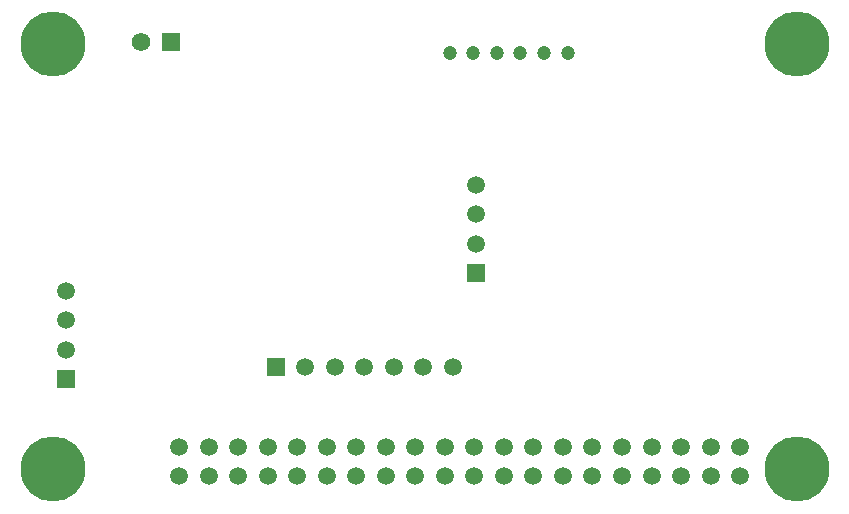
<source format=gbl>
G04*
G04 #@! TF.GenerationSoftware,Altium Limited,Altium Designer,24.1.2 (44)*
G04*
G04 Layer_Physical_Order=2*
G04 Layer_Color=16764057*
%FSLAX44Y44*%
%MOMM*%
G71*
G04*
G04 #@! TF.SameCoordinates,47F7E096-FCAE-4DA0-9534-1F3D085AFBD9*
G04*
G04*
G04 #@! TF.FilePolarity,Positive*
G04*
G01*
G75*
%ADD25C,5.5000*%
%ADD26C,1.5080*%
%ADD27R,1.5080X1.5080*%
%ADD28C,1.2000*%
%ADD29R,1.5080X1.5080*%
%ADD30R,1.5750X1.5750*%
%ADD31C,1.5750*%
D25*
X660000Y30000D02*
D03*
Y390000D02*
D03*
X30000Y30000D02*
D03*
Y390000D02*
D03*
D26*
X41000Y131000D02*
D03*
Y156000D02*
D03*
Y181000D02*
D03*
X388500Y246000D02*
D03*
Y221000D02*
D03*
Y271000D02*
D03*
X212000Y24000D02*
D03*
X237000D02*
D03*
X162000D02*
D03*
X137000D02*
D03*
X187000D02*
D03*
X337000D02*
D03*
X312000D02*
D03*
X387000D02*
D03*
X362000D02*
D03*
X262000D02*
D03*
X287000Y49000D02*
D03*
Y24000D02*
D03*
X187000Y49000D02*
D03*
X162000D02*
D03*
X137000Y49000D02*
D03*
X212000D02*
D03*
X362000D02*
D03*
X337000D02*
D03*
X387000D02*
D03*
X262000D02*
D03*
X237000D02*
D03*
X312000D02*
D03*
X487000Y24000D02*
D03*
X437000D02*
D03*
X412000D02*
D03*
X462000D02*
D03*
X587000D02*
D03*
X562000D02*
D03*
X612000D02*
D03*
X512000D02*
D03*
X537000Y24000D02*
D03*
X612000Y49000D02*
D03*
X437000D02*
D03*
X487000Y49000D02*
D03*
X462000D02*
D03*
X412000D02*
D03*
X562000Y49000D02*
D03*
X537000D02*
D03*
X512000Y49000D02*
D03*
X587000D02*
D03*
X368750Y116250D02*
D03*
X293750Y116250D02*
D03*
X268750D02*
D03*
X343750D02*
D03*
X318750D02*
D03*
X243750Y116250D02*
D03*
D27*
X41000Y106000D02*
D03*
X388500Y196000D02*
D03*
D28*
X406000Y382250D02*
D03*
X426000D02*
D03*
X386000D02*
D03*
X466000D02*
D03*
X446000D02*
D03*
X366000D02*
D03*
D29*
X218750Y116250D02*
D03*
D30*
X130000Y392000D02*
D03*
D31*
X105000D02*
D03*
M02*

</source>
